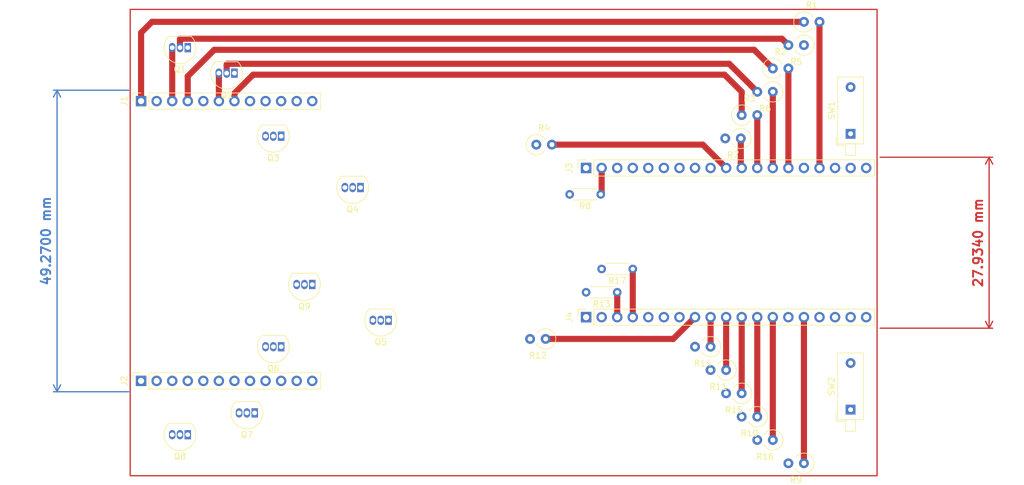
<source format=kicad_pcb>
(kicad_pcb (version 20240108) (generator "pcbnew") (generator_version "8.0")
  (layers (0 "F.Cu" signal) (31 "B.Cu" signal) (34 "B.Paste" user) (35 "F.Paste" user) (36 "B.SilkS" user "B.Silkscreen") (37 "F.SilkS" user "F.Silkscreen") (38 "B.Mask" user) (39 "F.Mask" user) (44 "Edge.Cuts" user))
  (net 0 "")
  (net 1 "GPIO15")
  (net 3 "Net-(J1-Pin_3)")
  (net 4 "GPIO0")
  (net 6 "Net-(J1-Pin_6)")
  (net 7 "GPIO16")
  (net 9 "Net-(J1-Pin_9)")
  (net 10 "GPIO5")
  (net 12 "Net-(J1-Pin_12)")
  (net 13 "GPIO13")
  (net 15 "Net-(J2-Pin_3)")
  (net 16 "GPIO14")
  (net 18 "Net-(J2-Pin_6)")
  (net 19 "GPIO26")
  (net 21 "Net-(J2-Pin_9)")
  (net 22 "GPIO33")
  (net 23 "Net-(J2-Pin_11)")
  (net 24 "Net-(J2-Pin_12)")
  (net 25 "GND")
  (net 26 "GPIO23")
  (net 27 "GPIO22")
  (net 28 "TX{slash}GPIO1")
  (net 29 "RX{slash}GPIO3")
  (net 30 "GPIO21")
  (net 31 "GPIO19")
  (net 32 "GPIO18")
  (net 33 "Net-(J3-Pin_10)")
  (net 34 "GPIO17")
  (net 35 "Net-(J3-Pin_12)")
  (net 36 "GPIO4")
  (net 37 "Net-(J3-Pin_14)")
  (net 38 "GPIO2")
  (net 39 "Net-(J3-Pin_16)")
  (net 43 "3.3V")
  (net 45 "GPI36")
  (net 46 "GPI39")
  (net 47 "GPI34")
  (net 48 "GPI35")
  (net 49 "GPIO32")
  (net 50 "Net-(J4-Pin_8)")
  (net 51 "GPIO25")
  (net 52 "Net-(J4-Pin_10)")
  (net 53 "GPIO27")
  (net 54 "Net-(J4-Pin_12)")
  (net 55 "GPIO12")
  (net 56 "Net-(J4-Pin_15)")
  (net 60 "5V")
  (net 61 "Net-(Q1-B)")
  (net 62 "Net-(Q2-B)")
  (net 63 "Net-(Q3-B)")
  (net 64 "Net-(Q4-B)")
  (net 65 "Net-(Q5-B)")
  (net 66 "Net-(Q6-B)")
  (net 67 "Net-(Q7-B)")
  (net 68 "Net-(Q8-B)")
  (net 69 "Net-(Q9-B)")
  (footprint "Button_Switch_THT:SW_DIP_SPSTx01_Piano_10.8x4.1mm_W7.62mm_P2.54mm" (layer "F.Cu") (at 214.122 83.82 90)
    (property "Reference" "SW1" (at 3.81 -3.11 90) (layer "F.SilkS"))
    (property "Value" "SW_Push")
    (fp_line (start -1.89 -2.35) (end -0.507 -2.35) (stroke (width 0.12)) (layer "F.SilkS"))
    (fp_line (start -1.89 -2.35) (end -1.89 -0.967) (stroke (width 0.12)) (layer "F.SilkS"))
    (fp_line (start 9.27 -2.11) (end 9.27 2.11) (stroke (width 0.12)) (layer "F.SilkS"))
    (fp_line (start -1.65 -2.11) (end 9.27 -2.11) (stroke (width 0.12)) (layer "F.SilkS"))
    (fp_line (start -1.65 -2.11) (end -1.65 2.11) (stroke (width 0.12)) (layer "F.SilkS"))
    (fp_line (start -1.65 -0.81) (end -1.65 0.81) (stroke (width 0.12)) (layer "F.SilkS"))
    (fp_line (start -3.51 -0.81) (end -1.65 -0.81) (stroke (width 0.12)) (layer "F.SilkS"))
    (fp_line (start -3.51 -0.81) (end -3.51 0.81) (stroke (width 0.12)) (layer "F.SilkS"))
    (fp_line (start -3.51 0.81) (end -1.65 0.81) (stroke (width 0.12)) (layer "F.SilkS"))
    (fp_line (start -1.65 2.11) (end 9.27 2.11) (stroke (width 0.12)) (layer "F.SilkS"))
    (pad "1" thru_hole rect (at 0 0 90) (size 1.6 1.6) (drill 0.8) (layers "*.Cu" "*.Mask") (net 43 "3.3V"))
    (pad "2" thru_hole oval (at 7.62 0 90) (size 1.6 1.6) (drill 0.8) (layers "*.Cu" "*.Mask") (net 32 "GPIO18"))
  )
  (footprint "Package_TO_SOT_THT:TO-92_Inline" (layer "F.Cu") (at 113.538 73.914 180)
    (property "Reference" "Q2" (at 1.27 -3.56 0) (layer "F.SilkS"))
    (property "Value" "2N3904")
    (fp_line (start -0.53 1.85) (end 3.07 1.85) (stroke (width 0.12)) (layer "F.SilkS"))
    (fp_arc (start 1.27 -2.6) (mid 3.672087 -0.994977) (end 3.108478 1.838478) (stroke (width 0.12)) (layer "F.SilkS"))
    (fp_arc (start -0.568478 1.838478) (mid -1.132087 -0.994977) (end 1.27 -2.6) (stroke (width 0.12)) (layer "F.SilkS"))
    (pad "1" thru_hole rect (at 0 0 180) (size 1.05 1.5) (drill 0.75) (layers "*.Cu" "*.Mask") (net 25 "GND"))
    (pad "2" thru_hole oval (at 1.27 0 180) (size 1.05 1.5) (drill 0.75) (layers "*.Cu" "*.Mask") (net 62 "Net-(Q2-B)"))
    (pad "3" thru_hole oval (at 2.54 0 180) (size 1.05 1.5) (drill 0.75) (layers "*.Cu" "*.Mask") (net 6 "Net-(J1-Pin_6)"))
  )
  (footprint "Connector_PinSocket_2.54mm:PinSocket_1x12_P2.54mm_Vertical" (layer "F.Cu") (at 98.298 78.486 90)
    (property "Reference" "J1" (at 0 -2.77 90) (layer "F.SilkS"))
    (property "Value" "Conn_01x12")
    (fp_line (start 1.33 -1.33) (end 1.33 0) (stroke (width 0.12)) (layer "F.SilkS"))
    (fp_line (start 0 -1.33) (end 1.33 -1.33) (stroke (width 0.12)) (layer "F.SilkS"))
    (fp_line (start 1.33 1.27) (end 1.33 29.27) (stroke (width 0.12)) (layer "F.SilkS"))
    (fp_line (start -1.33 1.27) (end 1.33 1.27) (stroke (width 0.12)) (layer "F.SilkS"))
    (fp_line (start -1.33 1.27) (end -1.33 29.27) (stroke (width 0.12)) (layer "F.SilkS"))
    (fp_line (start -1.33 29.27) (end 1.33 29.27) (stroke (width 0.12)) (layer "F.SilkS"))
    (pad "1" thru_hole rect (at 0 0 90) (size 1.7 1.7) (drill 1) (layers "*.Cu" "*.Mask") (net 1 "GPIO15"))
    (pad "2" thru_hole oval (at 0 2.54 90) (size 1.7 1.7) (drill 1) (layers "*.Cu" "*.Mask"))
    (pad "3" thru_hole oval (at 0 5.08 90) (size 1.7 1.7) (drill 1) (layers "*.Cu" "*.Mask") (net 3 "Net-(J1-Pin_3)"))
    (pad "4" thru_hole oval (at 0 7.62 90) (size 1.7 1.7) (drill 1) (layers "*.Cu" "*.Mask") (net 4 "GPIO0"))
    (pad "5" thru_hole oval (at 0 10.16 90) (size 1.7 1.7) (drill 1) (layers "*.Cu" "*.Mask"))
    (pad "6" thru_hole oval (at 0 12.7 90) (size 1.7 1.7) (drill 1) (layers "*.Cu" "*.Mask") (net 6 "Net-(J1-Pin_6)"))
    (pad "7" thru_hole oval (at 0 15.24 90) (size 1.7 1.7) (drill 1) (layers "*.Cu" "*.Mask") (net 7 "GPIO16"))
    (pad "8" thru_hole oval (at 0 17.78 90) (size 1.7 1.7) (drill 1) (layers "*.Cu" "*.Mask"))
    (pad "9" thru_hole oval (at 0 20.32 90) (size 1.7 1.7) (drill 1) (layers "*.Cu" "*.Mask") (net 9 "Net-(J1-Pin_9)"))
    (pad "10" thru_hole oval (at 0 22.86 90) (size 1.7 1.7) (drill 1) (layers "*.Cu" "*.Mask") (net 10 "GPIO5"))
    (pad "11" thru_hole oval (at 0 25.4 90) (size 1.7 1.7) (drill 1) (layers "*.Cu" "*.Mask"))
    (pad "12" thru_hole oval (at 0 27.94 90) (size 1.7 1.7) (drill 1) (layers "*.Cu" "*.Mask") (net 12 "Net-(J1-Pin_12)"))
  )
  (footprint "Connector_PinSocket_2.54mm:PinSocket_1x19_P2.54mm_Vertical" (layer "F.Cu") (at 170.942 89.408 90)
    (property "Reference" "J3" (at 0 -2.77 90) (layer "F.SilkS"))
    (property "Value" "Conn_01x19")
    (fp_line (start 1.33 -1.33) (end 1.33 0) (stroke (width 0.12)) (layer "F.SilkS"))
    (fp_line (start 0 -1.33) (end 1.33 -1.33) (stroke (width 0.12)) (layer "F.SilkS"))
    (fp_line (start 1.33 1.27) (end 1.33 47.05) (stroke (width 0.12)) (layer "F.SilkS"))
    (fp_line (start -1.33 1.27) (end 1.33 1.27) (stroke (width 0.12)) (layer "F.SilkS"))
    (fp_line (start -1.33 1.27) (end -1.33 47.05) (stroke (width 0.12)) (layer "F.SilkS"))
    (fp_line (start -1.33 47.05) (end 1.33 47.05) (stroke (width 0.12)) (layer "F.SilkS"))
    (pad "1" thru_hole rect (at 0 0 90) (size 1.7 1.7) (drill 1) (layers "*.Cu" "*.Mask") (net 25 "GND"))
    (pad "2" thru_hole oval (at 0 2.54 90) (size 1.7 1.7) (drill 1) (layers "*.Cu" "*.Mask") (net 26 "GPIO23"))
    (pad "3" thru_hole oval (at 0 5.08 90) (size 1.7 1.7) (drill 1) (layers "*.Cu" "*.Mask") (net 27 "GPIO22"))
    (pad "4" thru_hole oval (at 0 7.62 90) (size 1.7 1.7) (drill 1) (layers "*.Cu" "*.Mask") (net 28 "TX{slash}GPIO1"))
    (pad "5" thru_hole oval (at 0 10.16 90) (size 1.7 1.7) (drill 1) (layers "*.Cu" "*.Mask") (net 29 "RX{slash}GPIO3"))
    (pad "6" thru_hole oval (at 0 12.7 90) (size 1.7 1.7) (drill 1) (layers "*.Cu" "*.Mask") (net 30 "GPIO21"))
    (pad "7" thru_hole oval (at 0 15.24 90) (size 1.7 1.7) (drill 1) (layers "*.Cu" "*.Mask") (net 25 "GND"))
    (pad "8" thru_hole oval (at 0 17.78 90) (size 1.7 1.7) (drill 1) (layers "*.Cu" "*.Mask") (net 31 "GPIO19"))
    (pad "9" thru_hole oval (at 0 20.32 90) (size 1.7 1.7) (drill 1) (layers "*.Cu" "*.Mask") (net 32 "GPIO18"))
    (pad "10" thru_hole oval (at 0 22.86 90) (size 1.7 1.7) (drill 1) (layers "*.Cu" "*.Mask") (net 33 "Net-(J3-Pin_10)"))
    (pad "11" thru_hole oval (at 0 25.4 90) (size 1.7 1.7) (drill 1) (layers "*.Cu" "*.Mask") (net 34 "GPIO17"))
    (pad "12" thru_hole oval (at 0 27.94 90) (size 1.7 1.7) (drill 1) (layers "*.Cu" "*.Mask") (net 35 "Net-(J3-Pin_12)"))
    (pad "13" thru_hole oval (at 0 30.48 90) (size 1.7 1.7) (drill 1) (layers "*.Cu" "*.Mask") (net 36 "GPIO4"))
    (pad "14" thru_hole oval (at 0 33.02 90) (size 1.7 1.7) (drill 1) (layers "*.Cu" "*.Mask") (net 37 "Net-(J3-Pin_14)"))
    (pad "15" thru_hole oval (at 0 35.56 90) (size 1.7 1.7) (drill 1) (layers "*.Cu" "*.Mask") (net 38 "GPIO2"))
    (pad "16" thru_hole oval (at 0 38.1 90) (size 1.7 1.7) (drill 1) (layers "*.Cu" "*.Mask") (net 39 "Net-(J3-Pin_16)"))
    (pad "17" thru_hole oval (at 0 40.64 90) (size 1.7 1.7) (drill 1) (layers "*.Cu" "*.Mask"))
    (pad "18" thru_hole oval (at 0 43.18 90) (size 1.7 1.7) (drill 1) (layers "*.Cu" "*.Mask"))
    (pad "19" thru_hole oval (at 0 45.72 90) (size 1.7 1.7) (drill 1) (layers "*.Cu" "*.Mask"))
  )
  (footprint "Resistor_THT:R_Axial_DIN0309_L9.0mm_D3.2mm_P2.54mm_Vertical" (layer "F.Cu") (at 191.262 118.618 180)
    (property "Reference" "R14" (at 1.27 -2.72 0) (layer "F.SilkS"))
    (property "Value" "1000")
    (fp_arc (start 1.344775 0.97138) (mid -1.655812 -0.101418) (end 1.453272 -0.8) (stroke (width 0.12)) (layer "F.SilkS"))
    (pad "1" thru_hole circle (at 0 0 180) (size 1.6 1.6) (drill 0.8) (layers "*.Cu" "*.Mask") (net 51 "GPIO25"))
    (pad "2" thru_hole oval (at 2.54 0 180) (size 1.6 1.6) (drill 0.8) (layers "*.Cu" "*.Mask") (net 66 "Net-(Q6-B)"))
  )
  (footprint "Resistor_THT:R_Axial_DIN0309_L9.0mm_D3.2mm_P2.54mm_Vertical" (layer "F.Cu") (at 164.338 117.348 180)
    (property "Reference" "R12" (at 1.27 -2.72 0) (layer "F.SilkS"))
    (property "Value" "330")
    (fp_arc (start 1.344775 0.97138) (mid -1.655812 -0.101418) (end 1.453272 -0.8) (stroke (width 0.12)) (layer "F.SilkS"))
    (pad "1" thru_hole circle (at 0 0 180) (size 1.6 1.6) (drill 0.8) (layers "*.Cu" "*.Mask") (net 50 "Net-(J4-Pin_8)"))
    (pad "2" thru_hole oval (at 2.54 0 180) (size 1.6 1.6) (drill 0.8) (layers "*.Cu" "*.Mask") (net 22 "GPIO33"))
  )
  (footprint "Package_TO_SOT_THT:TO-92_Inline" (layer "F.Cu") (at 121.158 118.618 180)
    (property "Reference" "Q6" (at 1.27 -3.56 0) (layer "F.SilkS"))
    (property "Value" "2N3904")
    (fp_line (start -0.53 1.85) (end 3.07 1.85) (stroke (width 0.12)) (layer "F.SilkS"))
    (fp_arc (start 1.27 -2.6) (mid 3.672087 -0.994977) (end 3.108478 1.838478) (stroke (width 0.12)) (layer "F.SilkS"))
    (fp_arc (start -0.568478 1.838478) (mid -1.132087 -0.994977) (end 1.27 -2.6) (stroke (width 0.12)) (layer "F.SilkS"))
    (pad "1" thru_hole rect (at 0 0 180) (size 1.05 1.5) (drill 0.75) (layers "*.Cu" "*.Mask") (net 25 "GND"))
    (pad "2" thru_hole oval (at 1.27 0 180) (size 1.05 1.5) (drill 0.75) (layers "*.Cu" "*.Mask") (net 66 "Net-(Q6-B)"))
    (pad "3" thru_hole oval (at 2.54 0 180) (size 1.05 1.5) (drill 0.75) (layers "*.Cu" "*.Mask") (net 21 "Net-(J2-Pin_9)"))
  )
  (footprint "Package_TO_SOT_THT:TO-92_Inline" (layer "F.Cu") (at 105.918 132.99 180)
    (property "Reference" "Q8" (at 1.27 -3.56 0) (layer "F.SilkS"))
    (property "Value" "2N3904")
    (fp_line (start -0.53 1.85) (end 3.07 1.85) (stroke (width 0.12)) (layer "F.SilkS"))
    (fp_arc (start 1.27 -2.6) (mid 3.672087 -0.994977) (end 3.108478 1.838478) (stroke (width 0.12)) (layer "F.SilkS"))
    (fp_arc (start -0.568478 1.838478) (mid -1.132087 -0.994977) (end 1.27 -2.6) (stroke (width 0.12)) (layer "F.SilkS"))
    (pad "1" thru_hole rect (at 0 0 180) (size 1.05 1.5) (drill 0.75) (layers "*.Cu" "*.Mask") (net 25 "GND"))
    (pad "2" thru_hole oval (at 1.27 0 180) (size 1.05 1.5) (drill 0.75) (layers "*.Cu" "*.Mask") (net 68 "Net-(Q8-B)"))
    (pad "3" thru_hole oval (at 2.54 0 180) (size 1.05 1.5) (drill 0.75) (layers "*.Cu" "*.Mask") (net 15 "Net-(J2-Pin_3)"))
  )
  (footprint "Resistor_THT:R_Axial_DIN0309_L9.0mm_D3.2mm_P2.54mm_Vertical" (layer "F.Cu") (at 196.342 80.772)
    (property "Reference" "R3" (at 1.27 -2.72 0) (layer "F.SilkS"))
    (property "Value" "330")
    (fp_arc (start 1.344775 0.97138) (mid -1.655812 -0.101418) (end 1.453272 -0.8) (stroke (width 0.12)) (layer "F.SilkS"))
    (pad "1" thru_hole circle (at 0 0) (size 1.6 1.6) (drill 0.8) (layers "*.Cu" "*.Mask") (net 7 "GPIO16"))
    (pad "2" thru_hole oval (at 2.54 0) (size 1.6 1.6) (drill 0.8) (layers "*.Cu" "*.Mask") (net 35 "Net-(J3-Pin_12)"))
  )
  (footprint "Package_TO_SOT_THT:TO-92_Inline" (layer "F.Cu") (at 138.684 114.3 180)
    (property "Reference" "Q5" (at 1.27 -3.56 0) (layer "F.SilkS"))
    (property "Value" "2N3904")
    (fp_line (start -0.53 1.85) (end 3.07 1.85) (stroke (width 0.12)) (layer "F.SilkS"))
    (fp_arc (start 1.27 -2.6) (mid 3.672087 -0.994977) (end 3.108478 1.838478) (stroke (width 0.12)) (layer "F.SilkS"))
    (fp_arc (start -0.568478 1.838478) (mid -1.132087 -0.994977) (end 1.27 -2.6) (stroke (width 0.12)) (layer "F.SilkS"))
    (pad "1" thru_hole rect (at 0 0 180) (size 1.05 1.5) (drill 0.75) (layers "*.Cu" "*.Mask") (net 25 "GND"))
    (pad "2" thru_hole oval (at 1.27 0 180) (size 1.05 1.5) (drill 0.75) (layers "*.Cu" "*.Mask") (net 65 "Net-(Q5-B)"))
    (pad "3" thru_hole oval (at 2.54 0 180) (size 1.05 1.5) (drill 0.75) (layers "*.Cu" "*.Mask") (net 24 "Net-(J2-Pin_12)"))
  )
  (footprint "Resistor_THT:R_Axial_DIN0309_L9.0mm_D3.2mm_P2.54mm_Vertical" (layer "F.Cu") (at 206.502 65.532)
    (property "Reference" "R1" (at 1.27 -2.72 0) (layer "F.SilkS"))
    (property "Value" "330")
    (fp_arc (start 1.344775 0.97138) (mid -1.655812 -0.101418) (end 1.453272 -0.8) (stroke (width 0.12)) (layer "F.SilkS"))
    (pad "1" thru_hole circle (at 0 0) (size 1.6 1.6) (drill 0.8) (layers "*.Cu" "*.Mask") (net 1 "GPIO15"))
    (pad "2" thru_hole oval (at 2.54 0) (size 1.6 1.6) (drill 0.8) (layers "*.Cu" "*.Mask") (net 39 "Net-(J3-Pin_16)"))
  )
  (footprint "Package_TO_SOT_THT:TO-92_Inline" (layer "F.Cu") (at 105.918 69.744 180)
    (property "Reference" "Q1" (at 1.27 -3.56 0) (layer "F.SilkS"))
    (property "Value" "2N3904")
    (fp_line (start -0.53 1.85) (end 3.07 1.85) (stroke (width 0.12)) (layer "F.SilkS"))
    (fp_arc (start 1.27 -2.6) (mid 3.672087 -0.994977) (end 3.108478 1.838478) (stroke (width 0.12)) (layer "F.SilkS"))
    (fp_arc (start -0.568478 1.838478) (mid -1.132087 -0.994977) (end 1.27 -2.6) (stroke (width 0.12)) (layer "F.SilkS"))
    (pad "1" thru_hole rect (at 0 0 180) (size 1.05 1.5) (drill 0.75) (layers "*.Cu" "*.Mask") (net 25 "GND"))
    (pad "2" thru_hole oval (at 1.27 0 180) (size 1.05 1.5) (drill 0.75) (layers "*.Cu" "*.Mask") (net 61 "Net-(Q1-B)"))
    (pad "3" thru_hole oval (at 2.54 0 180) (size 1.05 1.5) (drill 0.75) (layers "*.Cu" "*.Mask") (net 3 "Net-(J1-Pin_3)"))
  )
  (footprint "Package_TO_SOT_THT:TO-92_Inline" (layer "F.Cu") (at 116.84 129.434 180)
    (property "Reference" "Q7" (at 1.27 -3.56 0) (layer "F.SilkS"))
    (property "Value" "2N3904")
    (fp_line (start -0.53 1.85) (end 3.07 1.85) (stroke (width 0.12)) (layer "F.SilkS"))
    (fp_arc (start 1.27 -2.6) (mid 3.672087 -0.994977) (end 3.108478 1.838478) (stroke (width 0.12)) (layer "F.SilkS"))
    (fp_arc (start -0.568478 1.838478) (mid -1.132087 -0.994977) (end 1.27 -2.6) (stroke (width 0.12)) (layer "F.SilkS"))
    (pad "1" thru_hole rect (at 0 0 180) (size 1.05 1.5) (drill 0.75) (layers "*.Cu" "*.Mask") (net 25 "GND"))
    (pad "2" thru_hole oval (at 1.27 0 180) (size 1.05 1.5) (drill 0.75) (layers "*.Cu" "*.Mask") (net 67 "Net-(Q7-B)"))
    (pad "3" thru_hole oval (at 2.54 0 180) (size 1.05 1.5) (drill 0.75) (layers "*.Cu" "*.Mask") (net 18 "Net-(J2-Pin_6)"))
  )
  (footprint "Resistor_THT:R_Axial_DIN0309_L9.0mm_D3.2mm_P2.54mm_Vertical" (layer "F.Cu") (at 201.422 76.962 180)
    (property "Reference" "R6" (at 1.27 -2.72 0) (layer "F.SilkS"))
    (property "Value" "1000")
    (fp_arc (start 1.344775 0.97138) (mid -1.655812 -0.101418) (end 1.453272 -0.8) (stroke (width 0.12)) (layer "F.SilkS"))
    (pad "1" thru_hole circle (at 0 0 180) (size 1.6 1.6) (drill 0.8) (layers "*.Cu" "*.Mask") (net 36 "GPIO4"))
    (pad "2" thru_hole oval (at 2.54 0 180) (size 1.6 1.6) (drill 0.8) (layers "*.Cu" "*.Mask") (net 62 "Net-(Q2-B)"))
  )
  (footprint "Package_TO_SOT_THT:TO-92_Inline" (layer "F.Cu") (at 134.112 92.604 180)
    (property "Reference" "Q4" (at 1.27 -3.56 0) (layer "F.SilkS"))
    (property "Value" "2N3904")
    (fp_line (start -0.53 1.85) (end 3.07 1.85) (stroke (width 0.12)) (layer "F.SilkS"))
    (fp_arc (start 1.27 -2.6) (mid 3.672087 -0.994977) (end 3.108478 1.838478) (stroke (width 0.12)) (layer "F.SilkS"))
    (fp_arc (start -0.568478 1.838478) (mid -1.132087 -0.994977) (end 1.27 -2.6) (stroke (width 0.12)) (layer "F.SilkS"))
    (pad "1" thru_hole rect (at 0 0 180) (size 1.05 1.5) (drill 0.75) (layers "*.Cu" "*.Mask") (net 25 "GND"))
    (pad "2" thru_hole oval (at 1.27 0 180) (size 1.05 1.5) (drill 0.75) (layers "*.Cu" "*.Mask") (net 64 "Net-(Q4-B)"))
    (pad "3" thru_hole oval (at 2.54 0 180) (size 1.05 1.5) (drill 0.75) (layers "*.Cu" "*.Mask") (net 12 "Net-(J1-Pin_12)"))
  )
  (footprint "Resistor_THT:R_Axial_DIN0204_L3.6mm_D1.6mm_P5.08mm_Horizontal" (layer "F.Cu") (at 176.022 109.728 180)
    (property "Reference" "R13" (at 2.54 -1.92 180) (layer "F.SilkS"))
    (property "Value" "1000")
    (fp_line (start 0.62 0.92) (end 4.46 0.92) (stroke (width 0.12)) (layer "F.SilkS"))
    (fp_line (start 0.62 -0.92) (end 4.46 -0.92) (stroke (width 0.12)) (layer "F.SilkS"))
    (pad "1" thru_hole circle (at 0 0 180) (size 1.4 1.4) (drill 0.7) (layers "*.Cu" "*.Mask") (net 45 "GPI36"))
    (pad "2" thru_hole oval (at 5.08 0 180) (size 1.4 1.4) (drill 0.7) (layers "*.Cu" "*.Mask") (net 65 "Net-(Q5-B)"))
  )
  (footprint "Resistor_THT:R_Axial_DIN0309_L9.0mm_D3.2mm_P2.54mm_Vertical" (layer "F.Cu") (at 196.342 126.238 180)
    (property "Reference" "R15" (at 1.27 -2.72 0) (layer "F.SilkS"))
    (property "Value" "1000")
    (fp_arc (start 1.344775 0.97138) (mid -1.655812 -0.101418) (end 1.453272 -0.8) (stroke (width 0.12)) (layer "F.SilkS"))
    (pad "1" thru_hole circle (at 0 0 180) (size 1.6 1.6) (drill 0.8) (layers "*.Cu" "*.Mask") (net 53 "GPIO27"))
    (pad "2" thru_hole oval (at 2.54 0 180) (size 1.6 1.6) (drill 0.8) (layers "*.Cu" "*.Mask") (net 67 "Net-(Q7-B)"))
  )
  (footprint "Button_Switch_THT:SW_DIP_SPSTx01_Piano_10.8x4.1mm_W7.62mm_P2.54mm" (layer "F.Cu") (at 214.122 128.909 90)
    (property "Reference" "SW2" (at 3.81 -3.11 90) (layer "F.SilkS"))
    (property "Value" "SW_Push")
    (fp_line (start -1.89 -2.35) (end -0.507 -2.35) (stroke (width 0.12)) (layer "F.SilkS"))
    (fp_line (start -1.89 -2.35) (end -1.89 -0.967) (stroke (width 0.12)) (layer "F.SilkS"))
    (fp_line (start 9.27 -2.11) (end 9.27 2.11) (stroke (width 0.12)) (layer "F.SilkS"))
    (fp_line (start -1.65 -2.11) (end 9.27 -2.11) (stroke (width 0.12)) (layer "F.SilkS"))
    (fp_line (start -1.65 -2.11) (end -1.65 2.11) (stroke (width 0.12)) (layer "F.SilkS"))
    (fp_line (start -1.65 -0.81) (end -1.65 0.81) (stroke (width 0.12)) (layer "F.SilkS"))
    (fp_line (start -3.51 -0.81) (end -1.65 -0.81) (stroke (width 0.12)) (layer "F.SilkS"))
    (fp_line (start -3.51 -0.81) (end -3.51 0.81) (stroke (width 0.12)) (layer "F.SilkS"))
    (fp_line (start -3.51 0.81) (end -1.65 0.81) (stroke (width 0.12)) (layer "F.SilkS"))
    (fp_line (start -1.65 2.11) (end 9.27 2.11) (stroke (width 0.12)) (layer "F.SilkS"))
    (pad "1" thru_hole rect (at 0 0 90) (size 1.6 1.6) (drill 0.8) (layers "*.Cu" "*.Mask") (net 49 "GPIO32"))
    (pad "2" thru_hole oval (at 7.62 0 90) (size 1.6 1.6) (drill 0.8) (layers "*.Cu" "*.Mask") (net 43 "3.3V"))
  )
  (footprint "Resistor_THT:R_Axial_DIN0204_L3.6mm_D1.6mm_P5.08mm_Horizontal" (layer "F.Cu") (at 178.562 105.918 180)
    (property "Reference" "R17" (at 2.54 -1.92 180) (layer "F.SilkS"))
    (property "Value" "1000")
    (fp_line (start 0.62 0.92) (end 4.46 0.92) (stroke (width 0.12)) (layer "F.SilkS"))
    (fp_line (start 0.62 -0.92) (end 4.46 -0.92) (stroke (width 0.12)) (layer "F.SilkS"))
    (pad "1" thru_hole circle (at 0 0 180) (size 1.4 1.4) (drill 0.7) (layers "*.Cu" "*.Mask") (net 46 "GPI39"))
    (pad "2" thru_hole oval (at 5.08 0 180) (size 1.4 1.4) (drill 0.7) (layers "*.Cu" "*.Mask") (net 69 "Net-(Q9-B)"))
  )
  (footprint "Resistor_THT:R_Axial_DIN0309_L9.0mm_D3.2mm_P2.54mm_Vertical" (layer "F.Cu") (at 162.814 85.598)
    (property "Reference" "R4" (at 1.27 -2.72 0) (layer "F.SilkS"))
    (property "Value" "330" (hide yes))
    (fp_arc (start 1.344775 0.97138) (mid -1.655812 -0.101418) (end 1.453272 -0.8) (stroke (width 0.12)) (layer "F.SilkS"))
    (pad "1" thru_hole circle (at 0 0) (size 1.6 1.6) (drill 0.8) (layers "*.Cu" "*.Mask") (net 10 "GPIO5"))
    (pad "2" thru_hole oval (at 2.54 0) (size 1.6 1.6) (drill 0.8) (layers "*.Cu" "*.Mask") (net 33 "Net-(J3-Pin_10)"))
  )
  (footprint "Resistor_THT:R_Axial_DIN0204_L3.6mm_D1.6mm_P5.08mm_Horizontal" (layer "F.Cu") (at 173.336 93.726 180)
    (property "Reference" "R8" (at 2.54 -1.92 180) (layer "F.SilkS"))
    (property "Value" "1000")
    (fp_line (start 0.62 0.92) (end 4.46 0.92) (stroke (width 0.12)) (layer "F.SilkS"))
    (fp_line (start 0.62 -0.92) (end 4.46 -0.92) (stroke (width 0.12)) (layer "F.SilkS"))
    (pad "1" thru_hole circle (at 0 0 180) (size 1.4 1.4) (drill 0.7) (layers "*.Cu" "*.Mask") (net 26 "GPIO23"))
    (pad "2" thru_hole oval (at 5.08 0 180) (size 1.4 1.4) (drill 0.7) (layers "*.Cu" "*.Mask") (net 64 "Net-(Q4-B)"))
  )
  (footprint "Resistor_THT:R_Axial_DIN0309_L9.0mm_D3.2mm_P2.54mm_Vertical" (layer "F.Cu") (at 201.422 133.858 180)
    (property "Reference" "R16" (at 1.27 -2.72 0) (layer "F.SilkS"))
    (property "Value" "1000")
    (fp_arc (start 1.344775 0.97138) (mid -1.655812 -0.101418) (end 1.453272 -0.8) (stroke (width 0.12)) (layer "F.SilkS"))
    (pad "1" thru_hole circle (at 0 0 180) (size 1.6 1.6) (drill 0.8) (layers "*.Cu" "*.Mask") (net 55 "GPIO12"))
    (pad "2" thru_hole oval (at 2.54 0 180) (size 1.6 1.6) (drill 0.8) (layers "*.Cu" "*.Mask") (net 68 "Net-(Q8-B)"))
  )
  (footprint "Resistor_THT:R_Axial_DIN0309_L9.0mm_D3.2mm_P2.54mm_Vertical" (layer "F.Cu") (at 196.196 84.582 180)
    (property "Reference" "R7" (at 1.27 -2.72 0) (layer "F.SilkS"))
    (property "Value" "1000")
    (fp_arc (start 1.344775 0.97138) (mid -1.655812 -0.101418) (end 1.453272 -0.8) (stroke (width 0.12)) (layer "F.SilkS"))
    (pad "1" thru_hole circle (at 0 0 180) (size 1.6 1.6) (drill 0.8) (layers "*.Cu" "*.Mask") (net 34 "GPIO17"))
    (pad "2" thru_hole oval (at 2.54 0 180) (size 1.6 1.6) (drill 0.8) (layers "*.Cu" "*.Mask") (net 63 "Net-(Q3-B)"))
  )
  (footprint "Resistor_THT:R_Axial_DIN0309_L9.0mm_D3.2mm_P2.54mm_Vertical" (layer "F.Cu") (at 201.422 73.152)
    (property "Reference" "R2" (at 1.27 -2.72 0) (layer "F.SilkS"))
    (property "Value" "330")
    (fp_arc (start 1.344775 0.97138) (mid -1.655812 -0.101418) (end 1.453272 -0.8) (stroke (width 0.12)) (layer "F.SilkS"))
    (pad "1" thru_hole circle (at 0 0) (size 1.6 1.6) (drill 0.8) (layers "*.Cu" "*.Mask") (net 4 "GPIO0"))
    (pad "2" thru_hole oval (at 2.54 0) (size 1.6 1.6) (drill 0.8) (layers "*.Cu" "*.Mask") (net 37 "Net-(J3-Pin_14)"))
  )
  (footprint "Connector_PinSocket_2.54mm:PinSocket_1x19_P2.54mm_Vertical" (layer "F.Cu") (at 170.942 113.792 90)
    (property "Reference" "J4" (at 0 -2.77 90) (layer "F.SilkS"))
    (property "Value" "Conn_01x19")
    (fp_line (start 1.33 -1.33) (end 1.33 0) (stroke (width 0.12)) (layer "F.SilkS"))
    (fp_line (start 0 -1.33) (end 1.33 -1.33) (stroke (width 0.12)) (layer "F.SilkS"))
    (fp_line (start 1.33 1.27) (end 1.33 47.05) (stroke (width 0.12)) (layer "F.SilkS"))
    (fp_line (start -1.33 1.27) (end 1.33 1.27) (stroke (width 0.12)) (layer "F.SilkS"))
    (fp_line (start -1.33 1.27) (end -1.33 47.05) (stroke (width 0.12)) (layer "F.SilkS"))
    (fp_line (start -1.33 47.05) (end 1.33 47.05) (stroke (width 0.12)) (layer "F.SilkS"))
    (pad "1" thru_hole rect (at 0 0 90) (size 1.7 1.7) (drill 1) (layers "*.Cu" "*.Mask") (net 43 "3.3V"))
    (pad "2" thru_hole oval (at 0 2.54 90) (size 1.7 1.7) (drill 1) (layers "*.Cu" "*.Mask"))
    (pad "3" thru_hole oval (at 0 5.08 90) (size 1.7 1.7) (drill 1) (layers "*.Cu" "*.Mask") (net 45 "GPI36"))
    (pad "4" thru_hole oval (at 0 7.62 90) (size 1.7 1.7) (drill 1) (layers "*.Cu" "*.Mask") (net 46 "GPI39"))
    (pad "5" thru_hole oval (at 0 10.16 90) (size 1.7 1.7) (drill 1) (layers "*.Cu" "*.Mask") (net 47 "GPI34"))
    (pad "6" thru_hole oval (at 0 12.7 90) (size 1.7 1.7) (drill 1) (layers "*.Cu" "*.Mask") (net 48 "GPI35"))
    (pad "7" thru_hole oval (at 0 15.24 90) (size 1.7 1.7) (drill 1) (layers "*.Cu" "*.Mask") (net 49 "GPIO32"))
    (pad "8" thru_hole oval (at 0 17.78 90) (size 1.7 1.7) (drill 1) (layers "*.Cu" "*.Mask") (net 50 "Net-(J4-Pin_8)"))
    (pad "9" thru_hole oval (at 0 20.32 90) (size 1.7 1.7) (drill 1) (layers "*.Cu" "*.Mask") (net 51 "GPIO25"))
    (pad "10" thru_hole oval (at 0 22.86 90) (size 1.7 1.7) (drill 1) (layers "*.Cu" "*.Mask") (net 52 "Net-(J4-Pin_10)"))
    (pad "11" thru_hole oval (at 0 25.4 90) (size 1.7 1.7) (drill 1) (layers "*.Cu" "*.Mask") (net 53 "GPIO27"))
    (pad "12" thru_hole oval (at 0 27.94 90) (size 1.7 1.7) (drill 1) (layers "*.Cu" "*.Mask") (net 54 "Net-(J4-Pin_12)"))
    (pad "13" thru_hole oval (at 0 30.48 90) (size 1.7 1.7) (drill 1) (layers "*.Cu" "*.Mask") (net 55 "GPIO12"))
    (pad "14" thru_hole oval (at 0 33.02 90) (size 1.7 1.7) (drill 1) (layers "*.Cu" "*.Mask") (net 25 "GND"))
    (pad "15" thru_hole oval (at 0 35.56 90) (size 1.7 1.7) (drill 1) (layers "*.Cu" "*.Mask") (net 56 "Net-(J4-Pin_15)"))
    (pad "16" thru_hole oval (at 0 38.1 90) (size 1.7 1.7) (drill 1) (layers "*.Cu" "*.Mask"))
    (pad "17" thru_hole oval (at 0 40.64 90) (size 1.7 1.7) (drill 1) (layers "*.Cu" "*.Mask"))
    (pad "18" thru_hole oval (at 0 43.18 90) (size 1.7 1.7) (drill 1) (layers "*.Cu" "*.Mask"))
    (pad "19" thru_hole oval (at 0 45.72 90) (size 1.7 1.7) (drill 1) (layers "*.Cu" "*.Mask") (net 60 "5V"))
  )
  (footprint "Package_TO_SOT_THT:TO-92_Inline" (layer "F.Cu") (at 121.158 84.222 180)
    (property "Reference" "Q3" (at 1.27 -3.56 0) (layer "F.SilkS"))
    (property "Value" "2N3904")
    (fp_line (start -0.53 1.85) (end 3.07 1.85) (stroke (width 0.12)) (layer "F.SilkS"))
    (fp_arc (start 1.27 -2.6) (mid 3.672087 -0.994977) (end 3.108478 1.838478) (stroke (width 0.12)) (layer "F.SilkS"))
    (fp_arc (start -0.568478 1.838478) (mid -1.132087 -0.994977) (end 1.27 -2.6) (stroke (width 0.12)) (layer "F.SilkS"))
    (pad "1" thru_hole rect (at 0 0 180) (size 1.05 1.5) (drill 0.75) (layers "*.Cu" "*.Mask") (net 25 "GND"))
    (pad "2" thru_hole oval (at 1.27 0 180) (size 1.05 1.5) (drill 0.75) (layers "*.Cu" "*.Mask") (net 63 "Net-(Q3-B)"))
    (pad "3" thru_hole oval (at 2.54 0 180) (size 1.05 1.5) (drill 0.75) (layers "*.Cu" "*.Mask") (net 9 "Net-(J1-Pin_9)"))
  )
  (footprint "Package_TO_SOT_THT:TO-92_Inline" (layer "F.Cu") (at 126.238 108.458 180)
    (property "Reference" "Q9" (at 1.27 -3.56 0) (layer "F.SilkS"))
    (property "Value" "2N3904")
    (fp_line (start -0.53 1.85) (end 3.07 1.85) (stroke (width 0.12)) (layer "F.SilkS"))
    (fp_arc (start 1.27 -2.6) (mid 3.672087 -0.994977) (end 3.108478 1.838478) (stroke (width 0.12)) (layer "F.SilkS"))
    (fp_arc (start -0.568478 1.838478) (mid -1.132087 -0.994977) (end 1.27 -2.6) (stroke (width 0.12)) (layer "F.SilkS"))
    (pad "1" thru_hole rect (at 0 0 180) (size 1.05 1.5) (drill 0.75) (layers "*.Cu" "*.Mask") (net 25 "GND"))
    (pad "2" thru_hole oval (at 1.27 0 180) (size 1.05 1.5) (drill 0.75) (layers "*.Cu" "*.Mask") (net 69 "Net-(Q9-B)"))
    (pad "3" thru_hole oval (at 2.54 0 180) (size 1.05 1.5) (drill 0.75) (layers "*.Cu" "*.Mask") (net 23 "Net-(J2-Pin_11)"))
  )
  (footprint "Resistor_THT:R_Axial_DIN0309_L9.0mm_D3.2mm_P2.54mm_Vertical" (layer "F.Cu") (at 206.502 137.668 180)
    (property "Reference" "R9" (at 1.27 -2.72 0) (layer "F.SilkS"))
    (property "Value" "330")
    (fp_arc (start 1.344775 0.97138) (mid -1.655812 -0.101418) (end 1.453272 -0.8) (stroke (width 0.12)) (layer "F.SilkS"))
    (pad "1" thru_hole circle (at 0 0 180) (size 1.6 1.6) (drill 0.8) (layers "*.Cu" "*.Mask") (net 56 "Net-(J4-Pin_15)"))
    (pad "2" thru_hole oval (at 2.54 0 180) (size 1.6 1.6) (drill 0.8) (layers "*.Cu" "*.Mask") (net 13 "GPIO13"))
  )
  (footprint "Connector_PinSocket_2.54mm:PinSocket_1x12_P2.54mm_Vertical" (layer "F.Cu") (at 98.298 124.206 90)
    (property "Reference" "J2" (at 0 -2.77 90) (layer "F.SilkS"))
    (property "Value" "Conn_01x12")
    (fp_line (start 1.33 -1.33) (end 1.33 0) (stroke (width 0.12)) (layer "F.SilkS"))
    (fp_line (start 0 -1.33) (end 1.33 -1.33) (stroke (width 0.12)) (layer "F.SilkS"))
    (fp_line (start 1.33 1.27) (end 1.33 29.27) (stroke (width 0.12)) (layer "F.SilkS"))
    (fp_line (start -1.33 1.27) (end 1.33 1.27) (stroke (width 0.12)) (layer "F.SilkS"))
    (fp_line (start -1.33 1.27) (end -1.33 29.27) (stroke (width 0.12)) (layer "F.SilkS"))
    (fp_line (start -1.33 29.27) (end 1.33 29.27) (stroke (width 0.12)) (layer "F.SilkS"))
    (pad "1" thru_hole rect (at 0 0 90) (size 1.7 1.7) (drill 1) (layers "*.Cu" "*.Mask") (net 13 "GPIO13"))
    (pad "2" thru_hole oval (at 0 2.54 90) (size 1.7 1.7) (drill 1) (layers "*.Cu" "*.Mask"))
    (pad "3" thru_hole oval (at 0 5.08 90) (size 1.7 1.7) (drill 1) (layers "*.Cu" "*.Mask") (net 15 "Net-(J2-Pin_3)"))
    (pad "4" thru_hole oval (at 0 7.62 90) (size 1.7 1.7) (drill 1) (layers "*.Cu" "*.Mask") (net 16 "GPIO14"))
    (pad "5" thru_hole oval (at 0 10.16 90) (size 1.7 1.7) (drill 1) (layers "*.Cu" "*.Mask"))
    (pad "6" thru_hole oval (at 0 12.7 90) (size 1.7 1.7) (drill 1) (layers "*.Cu" "*.Mask") (net 18 "Net-(J2-Pin_6)"))
    (pad "7" thru_hole oval (at 0 15.24 90) (size 1.7 1.7) (drill 1) (layers "*.Cu" "*.Mask") (net 19 "GPIO26"))
    (pad "8" thru_hole oval (at 0 17.78 90) (size 1.7 1.7) (drill 1) (layers "*.Cu" "*.Mask"))
    (pad "9" thru_hole oval (at 0 20.32 90) (size 1.7 1.7) (drill 1) (layers "*.Cu" "*.Mask") (net 21 "Net-(J2-Pin_9)"))
    (pad "10" thru_hole oval (at 0 22.86 90) (size 1.7 1.7) (drill 1) (layers "*.Cu" "*.Mask") (net 22 "GPIO33"))
    (pad "11" thru_hole oval (at 0 25.4 90) (size 1.7 1.7) (drill 1) (layers "*.Cu" "*.Mask") (net 23 "Net-(J2-Pin_11)"))
    (pad "12" thru_hole oval (at 0 27.94 90) (size 1.7 1.7) (drill 1) (layers "*.Cu" "*.Mask") (net 24 "Net-(J2-Pin_12)"))
  )
  (footprint "Resistor_THT:R_Axial_DIN0309_L9.0mm_D3.2mm_P2.54mm_Vertical" (layer "F.Cu") (at 206.502 69.342 180)
    (property "Reference" "R5" (at 1.27 -2.72 0) (layer "F.SilkS"))
    (property "Value" "1000")
    (fp_arc (start 1.344775 0.97138) (mid -1.655812 -0.101418) (end 1.453272 -0.8) (stroke (width 0.12)) (layer "F.SilkS"))
    (pad "1" thru_hole circle (at 0 0 180) (size 1.6 1.6) (drill 0.8) (layers "*.Cu" "*.Mask") (net 38 "GPIO2"))
    (pad "2" thru_hole oval (at 2.54 0 180) (size 1.6 1.6) (drill 0.8) (layers "*.Cu" "*.Mask") (net 61 "Net-(Q1-B)"))
  )
  (footprint "Resistor_THT:R_Axial_DIN0309_L9.0mm_D3.2mm_P2.54mm_Vertical" (layer "F.Cu") (at 198.882 130.048 180)
    (property "Reference" "R10" (at 1.27 -2.72 0) (layer "F.SilkS"))
    (property "Value" "330")
    (fp_arc (start 1.344775 0.97138) (mid -1.655812 -0.101418) (end 1.453272 -0.8) (stroke (width 0.12)) (layer "F.SilkS"))
    (pad "1" thru_hole circle (at 0 0 180) (size 1.6 1.6) (drill 0.8) (layers "*.Cu" "*.Mask") (net 54 "Net-(J4-Pin_12)"))
    (pad "2" thru_hole oval (at 2.54 0 180) (size 1.6 1.6) (drill 0.8) (layers "*.Cu" "*.Mask") (net 16 "GPIO14"))
  )
  (footprint "Resistor_THT:R_Axial_DIN0309_L9.0mm_D3.2mm_P2.54mm_Vertical" (layer "F.Cu") (at 193.802 122.428 180)
    (property "Reference" "R11" (at 1.27 -2.72 0) (layer "F.SilkS"))
    (property "Value" "330")
    (fp_arc (start 1.344775 0.97138) (mid -1.655812 -0.101418) (end 1.453272 -0.8) (stroke (width 0.12)) (layer "F.SilkS"))
    (pad "1" thru_hole circle (at 0 0 180) (size 1.6 1.6) (drill 0.8) (layers "*.Cu" "*.Mask") (net 52 "Net-(J4-Pin_10)"))
    (pad "2" thru_hole oval (at 2.54 0 180) (size 1.6 1.6) (drill 0.8) (layers "*.Cu" "*.Mask") (net 19 "GPIO26"))
  )
  (gr_rect (start 96.52 63.5) (end 218.44 139.7) (stroke (width 0.2)) (fill none) (layer "F.Cu"))
  (dimension (type aligned) (layer "F.Cu") (pts (xy 218.442 87.658) (xy 218.442 115.592)) (height -18.286) (gr_text "27,9340 mm" (at 234.928 101.625 90) (layer "F.Cu") (effects (font (size 1.5 1.5) (thickness 0.3)))) (format (prefix "") (suffix "") (units 3) (units_format 1) (precision 4)) (style (thickness 0.2) (arrow_length 1.27) (text_position_mode 0) (extension_height 0.58642) (extension_offset 0.5) keep_text_aligned))
  (dimension (type aligned) (layer "B.Cu") (pts (xy 96.792 125.978) (xy 96.792 76.708)) (height -12.21) (gr_text "49,2700 mm" (at 82.782 101.343 90) (layer "B.Cu") (effects (font (size 1.5 1.5) (thickness 0.3)))) (format (prefix "") (suffix "") (units 3) (units_format 1) (precision 4)) (style (thickness 0.2) (arrow_length 1.27) (text_position_mode 0) (extension_height 0.58642) (extension_offset 0.5) keep_text_aligned))
  (segment (start 98.298 67.31) (end 98.298 78.486) (width 1) (layer "F.Cu") (net 1))
  (segment (start 206.502 65.532) (end 100.076 65.532) (width 1) (layer "F.Cu") (net 1))
  (segment (start 100.076 65.532) (end 98.298 67.31) (width 1) (layer "F.Cu") (net 1))
  (segment (start 103.378 69.744) (end 103.378 78.486) (width 1) (layer "F.Cu") (net 3))
  (segment (start 110.236 70.104) (end 105.918 74.422) (width 1) (layer "F.Cu") (net 4))
  (segment (start 201.422 73.152) (end 198.374 70.104) (width 1) (layer "F.Cu") (net 4))
  (segment (start 105.918 74.422) (end 105.918 78.486) (width 1) (layer "F.Cu") (net 4))
  (segment (start 198.374 70.104) (end 110.236 70.104) (width 1) (layer "F.Cu") (net 4))
  (segment (start 110.998 73.914) (end 110.998 78.486) (width 1) (layer "F.Cu") (net 6))
  (segment (start 193.548 74.168) (end 196.342 76.962) (width 1) (layer "F.Cu") (net 7))
  (segment (start 196.342 76.962) (end 196.342 80.772) (width 1) (layer "F.Cu") (net 7))
  (segment (start 116.586 74.168) (end 193.548 74.168) (width 1) (layer "F.Cu") (net 7))
  (segment (start 113.538 78.486) (end 113.538 77.216) (width 1) (layer "F.Cu") (net 7))
  (segment (start 113.538 77.216) (end 116.586 74.168) (width 1) (layer "F.Cu") (net 7))
  (segment (start 173.482 89.408) (end 173.482 93.58) (width 1) (layer "F.Cu") (net 26))
  (segment (start 173.482 93.58) (end 173.336 93.726) (width 1) (layer "F.Cu") (net 26))
  (segment (start 189.992 85.598) (end 165.354 85.598) (width 1) (layer "F.Cu") (net 33))
  (segment (start 193.802 89.408) (end 189.992 85.598) (width 1) (layer "F.Cu") (net 33))
  (segment (start 196.196 84.582) (end 196.196 89.262) (width 1) (layer "F.Cu") (net 34))
  (segment (start 196.196 89.262) (end 196.342 89.408) (width 1) (layer "F.Cu") (net 34))
  (segment (start 198.882 80.772) (end 198.882 89.408) (width 1) (layer "F.Cu") (net 35))
  (segment (start 201.422 76.962) (end 201.422 89.408) (width 1) (layer "F.Cu") (net 36))
  (segment (start 203.962 73.152) (end 203.962 89.408) (width 1) (layer "F.Cu") (net 37))
  (segment (start 209.042 65.532) (end 209.042 89.408) (width 1) (layer "F.Cu") (net 39))
  (segment (start 176.022 109.728) (end 176.022 113.792) (width 1) (layer "F.Cu") (net 45))
  (segment (start 178.562 105.918) (end 178.562 113.792) (width 1) (layer "F.Cu") (net 46))
  (segment (start 185.166 117.348) (end 164.338 117.348) (width 1) (layer "F.Cu") (net 50))
  (segment (start 188.722 113.792) (end 185.166 117.348) (width 1) (layer "F.Cu") (net 50))
  (segment (start 191.262 113.792) (end 191.262 118.618) (width 1) (layer "F.Cu") (net 51))
  (segment (start 193.802 113.792) (end 193.802 122.428) (width 1) (layer "F.Cu") (net 52))
  (segment (start 196.342 113.792) (end 196.342 126.238) (width 1) (layer "F.Cu") (net 53))
  (segment (start 198.882 113.792) (end 198.882 130.048) (width 1) (layer "F.Cu") (net 54))
  (segment (start 201.422 113.792) (end 201.422 133.858) (width 1) (layer "F.Cu") (net 55))
  (segment (start 206.502 113.792) (end 206.502 137.668) (width 1) (layer "F.Cu") (net 56))
  (segment (start 104.648 69.744) (end 104.648 68.339) (width 1) (layer "F.Cu") (net 61))
  (segment (start 202.914 68.294) (end 203.962 69.342) (width 1) (layer "F.Cu") (net 61))
  (segment (start 104.648 68.339) (end 104.693 68.294) (width 1) (layer "F.Cu") (net 61))
  (segment (start 104.693 68.294) (end 202.914 68.294) (width 1) (layer "F.Cu") (net 61))
  (segment (start 194.31 72.39) (end 198.882 76.962) (width 1) (layer "F.Cu") (net 62))
  (segment (start 112.268 73.914) (end 112.268 72.509) (width 1) (layer "F.Cu") (net 62))
  (segment (start 112.387 72.39) (end 194.31 72.39) (width 1) (layer "F.Cu") (net 62))
  (segment (start 112.268 72.509) (end 112.387 72.39) (width 1) (layer "F.Cu") (net 62))
)
</source>
